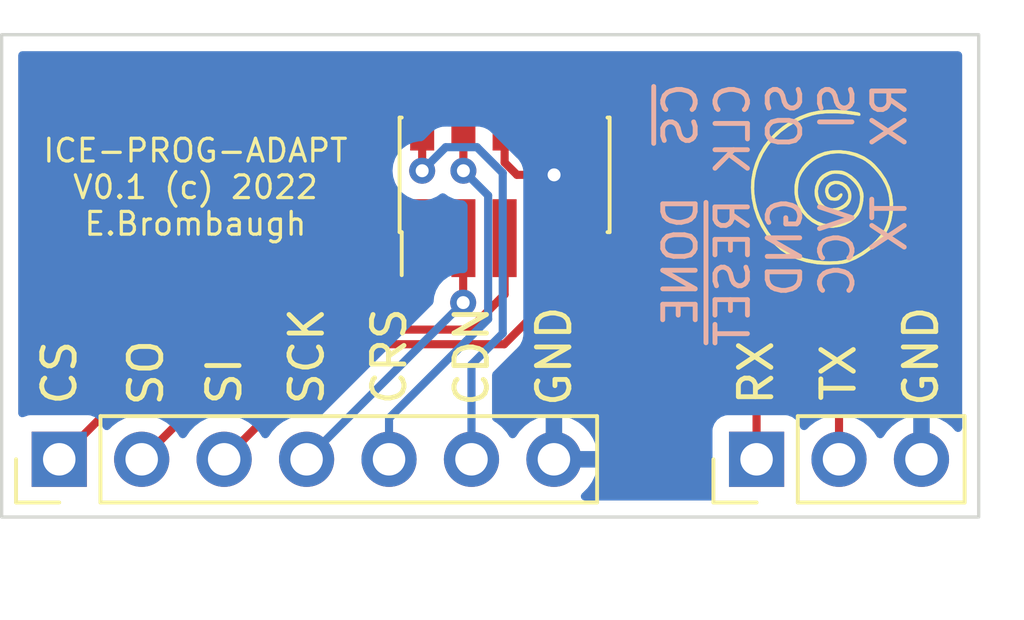
<source format=kicad_pcb>
(kicad_pcb (version 20211014) (generator pcbnew)
  (layers (0 "F.Cu" signal) (31 "B.Cu" signal) (34 "B.Paste" user) (35 "F.Paste" user) (36 "B.SilkS" user "B.Silkscreen") (37 "F.SilkS" user "F.Silkscreen") (38 "B.Mask" user) (39 "F.Mask" user) (44 "Edge.Cuts" user))
  (net 0 "")
  (net 1 "/~{MEM_SPI_CS}")
  (net 2 "/MEM_SPI_POCI-IO1")
  (net 3 "/MEM_SPI_PICO-IO0")
  (net 4 "/MEM_SPI_SCLK")
  (net 5 "/~{CRESET}")
  (net 6 "/CDONE")
  (net 7 "GND")
  (net 8 "/SPARE9")
  (net 9 "/SPARE10")
  (net 10 "+3.3V")
  (footprint "emeb_library:avatar_small" (layer "F.Cu") (at 164.415172 93.026757)
    (fp_text reference "Ref**" hide)
    (fp_text value "Val**" hide)
    (fp_poly (pts (xy -0.246794 -3.31209) (xy -0.067923 -3.289175) (xy 0.045106 -3.272324) (xy 0.122763 -3.258676) (xy 0.171648 -3.245915) (xy 0.198359 -3.231728) (xy 0.209498 -3.213799) (xy 0.211667 -3.191132) (xy 0.206539 -3.163948) (xy 0.183385 -3.155661) (xy 0.132292 -3.161647) (xy -0.220477 -3.210455) (xy -0.544495 -3.233493) (xy -0.838467 -3.230757) (xy -1.101094 -3.202243) (xy -1.27 -3.165763) (xy -1.516227 -3.081753) (xy -1.765566 -2.963774) (xy -2.007768 -2.818029) (xy -2.232583 -2.650718) (xy -2.429763 -2.468044) (xy -2.438679 -2.458654) (xy -2.625337 -2.233094) (xy -2.781382 -1.986825) (xy -2.904898 -1.725211) (xy -2.993969 -1.453618) (xy -3.046682 -1.177409) (xy -3.061121 -0.901949) (xy -3.051053 -0.743245) (xy -3.014236 -0.494755) (xy -2.958084 -0.266366) (xy -2.87868 -0.047416) (xy -2.772106 0.172758) (xy -2.634447 0.404819) (xy -2.622529 0.423359) (xy -2.451443 0.651816) (xy -2.254649 0.84717) (xy -2.031893 1.009545) (xy -1.782918 1.139063) (xy -1.50747 1.235847) (xy -1.205294 1.300019) (xy -0.876135 1.331701) (xy -0.725633 1.335369) (xy -0.521368 1.328735) (xy -0.343017 1.304877) (xy -0.176595 1.260718) (xy -0.008116 1.193176) (xy 0.052917 1.163944) (xy 0.229366 1.064218) (xy 0.403891 0.943064) (xy 0.56932 0.807045) (xy 0.718484 0.662722) (xy 0.844214 0.516657) (xy 0.939338 0.375412) (xy 0.96256 0.33145) (xy 1.024528 0.190142) (xy 1.068024 0.05313) (xy 1.096348 -0.093588) (xy 1.112804 -0.264013) (xy 1.115741 -0.318034) (xy 1.11368 -0.539868) (xy 1.083428 -0.741477) (xy 1.022358 -0.936384) (xy 0.974036 -1.046975) (xy 0.88237 -1.211645) (xy 0.768245 -1.373476) (xy 0.639018 -1.52441) (xy 0.502046 -1.656392) (xy 0.364685 -1.761367) (xy 0.274001 -1.813608) (xy 0.024984 -1.915669) (xy -0.220974 -1.977794) (xy -0.461688 -2.000046) (xy -0.694973 -1.982489) (xy -0.918643 -1.925186) (xy -1.130515 -1.828201) (xy -1.223968 -1.769902) (xy -1.359757 -1.660506) (xy -1.483227 -1.528915) (xy -1.584875 -1.38665) (xy -1.653832 -1.248833) (xy -1.683961 -1.139469) (xy -1.703703 -1.005283) (xy -1.712 -0.862748) (xy -1.707791 -0.728333) (xy -1.693493 -0.632353) (xy -1.630548 -0.445636) (xy -1.53533 -0.27549) (xy -1.41285 -0.125514) (xy -1.268119 0.000692) (xy -1.106149 0.099529) (xy -0.931951 0.167398) (xy -0.750535 0.2007) (xy -0.566912 0.195835) (xy -0.545036 0.192527) (xy -0.408576 0.159264) (xy -0.270145 0.106887) (xy -0.143013 0.041581) (xy -0.04045 -0.030467) (xy -0.013766 -0.055163) (xy 0.085079 -0.182196) (xy 0.156412 -0.330519) (xy 0.198505 -0.490905) (xy 0.209632 -0.65413) (xy 0.188066 -0.810968) (xy 0.148344 -0.921056) (xy 0.087948 -1.017899) (xy 0.001906 -1.119564) (xy -0.097314 -1.213539) (xy -0.197244 -1.287309) (xy -0.240398 -1.311197) (xy -0.346717 -1.348304) (xy -0.470844 -1.36962) (xy -0.485922 -1.370855) (xy -0.573204 -1.374025) (xy -0.641125 -1.366018) (xy -0.711586 -1.342933) (xy -0.760154 -1.322041) (xy -0.895207 -1.241189) (xy -0.996299 -1.135181) (xy -1.063224 -1.004245) (xy -1.072277 -0.975822) (xy -1.095742 -0.833231) (xy -1.085187 -0.696196) (xy -1.044292 -0.570491) (xy -0.976736 -0.461893) (xy -0.886196 -0.376175) (xy -0.776353 -0.319114) (xy -0.650884 -0.296484) (xy -0.63945 -0.296333) (xy -0.523122 -0.311639) (xy -0.40915 -0.353544) (xy -0.306454 -0.416032) (xy -0.223956 -0.493085) (xy -0.170575 -0.578687) (xy -0.157891 -0.621167) (xy -0.157175 -0.730053) (xy -0.191343 -0.833471) (xy -0.25363 -0.924518) (xy -0.337274 -0.996288) (xy -0.435512 -1.041878) (xy -0.54158 -1.054382) (xy -0.577894 -1.049932) (xy -0.670678 -1.01587) (xy -0.737211 -0.957894) (xy -0.773094 -0.883536) (xy -0.773929 -0.80033) (xy -0.754685 -0.747155) (xy -0.708052 -0.676841) (xy -0.653629 -0.640552) (xy -0.590179 -0.630292) (xy -0.532429 -0.639058) (xy -0.483146 -0.675282) (xy -0.465462 -0.695166) (xy -0.421976 -0.737549) (xy -0.38256 -0.7606) (xy -0.374167 -0.762) (xy -0.344368 -0.747637) (xy -0.341511 -0.709988) (xy -0.364195 -0.657215) (xy -0.40043 -0.608875) (xy -0.439386 -0.569688) (xy -0.476784 -0.548969) (xy -0.528383 -0.540934) (xy -0.588708 -0.53975) (xy -0.689567 -0.548979) (xy -0.761154 -0.580624) (xy -0.81319 -0.640617) (xy -0.839005 -0.692528) (xy -0.867513 -0.803931) (xy -0.861387 -0.911668) (xy -0.823281 -1.007127) (xy -0.755853 -1.081695) (xy -0.710489 -1.109164) (xy -0.589023 -1.144446) (xy -0.460595 -1.142533) (xy -0.334889 -1.105152) (xy -0.221588 -1.034031) (xy -0.204436 -1.018875) (xy -0.124881 -0.91944) (xy -0.077484 -0.804407) (xy -0.06207 -0.682392) (xy -0.078466 -0.562009) (xy -0.126498 -0.451876) (xy -0.205992 -0.360608) (xy -0.217928 -0.351111) (xy -0.343636 -0.275511) (xy -0.48309 -0.225819) (xy -0.625527 -0.20398) (xy -0.760188 -0.211942) (xy -0.846666 -0.23738) (xy -0.971353 -0.311769) (xy -1.070266 -0.41468) (xy -1.141577 -0.539725) (xy -1.183457 -0.680514) (xy -1.194076 -0.830659) (xy -1.171606 -0.98377) (xy -1.114218 -1.133459) (xy -1.107067 -1.146931) (xy -1.039328 -1.248752) (xy -0.955001 -1.328624) (xy -0.842816 -1.396526) (xy -0.804333 -1.415003) (xy -0.733591 -1.443686) (xy -0.666453 -1.459785) (xy -0.58605 -1.466282) (xy -0.511787 -1.466701) (xy -0.414899 -1.463421) (xy -0.342254 -1.453361) (xy -0.275855 -1.432525) (xy -0.197872 -1.396999) (xy -0.054316 -1.307455) (xy 0.07443 -1.190904) (xy 0.181794 -1.055746) (xy 0.261205 -0.91038) (xy 0.30609 -0.763205) (xy 0.30822 -0.750102) (xy 0.31181 -0.657952) (xy 0.301575 -0.541497) (xy 0.279769 -0.415592) (xy 0.248646 -0.295093) (xy 0.231578 -0.24492) (xy 0.157859 -0.105964) (xy 0.04942 0.018048) (xy -0.087681 0.123551) (xy -0.24739 0.20698) (xy -0.423648 0.264771) (xy -0.610402 0.293358) (xy -0.687072 0.295816) (xy -0.897942 0.276471) (xy -1.091782 0.219154) (xy -1.27162 0.122646) (xy -1.427904 -0.00236) (xy -1.583726 -0.174139) (xy -1.699965 -0.360915) (xy -1.776614 -0.562676) (xy -1.812915 -0.770094) (xy -1.812416 -0.991099) (xy -1.772121 -1.198442) (xy -1.69169 -1.393026) (xy -1.570785 -1.575748) (xy -1.462783 -1.696181) (xy -1.284602 -1.848882) (xy -1.092305 -1.963561) (xy -0.883112 -2.041239) (xy -0.65424 -2.082937) (xy -0.402906 -2.089676) (xy -0.391583 -2.089199) (xy -0.131349 -2.059033) (xy 0.112002 -1.99348) (xy 0.334917 -1.894003) (xy 0.533845 -1.762065) (xy 0.646278 -1.661914) (xy 0.843637 -1.439879) (xy 0.999953 -1.2086) (xy 1.11511 -0.968383) (xy 1.188994 -0.719538) (xy 1.22149 -0.462369) (xy 1.212484 -0.197186) (xy 1.207759 -0.158335) (xy 1.164144 0.075229) (xy 1.096693 0.280387) (xy 1.000797 0.466444) (xy 0.871848 0.64271) (xy 0.74155 0.783167) (xy 0.531438 0.970265) (xy 0.306277 1.131921) (xy 0.073622 1.263506) (xy -0.158973 1.360395) (xy -0.243416 1.386498) (xy -0.328135 1.403088) (xy -0.444435 1.416191) (xy -0.581681 1.425437) (xy -0.729238 1.430453) (xy -0.876468 1.430871) (xy -1.012736 1.426318) (xy -1.121833 1.417114) (xy -1.439169 1.360388) (xy -1.730474 1.270286) (xy -1.995774 1.146796) (xy -2.235095 0.989906) (xy -2.448464 0.799603) (xy -2.456785 0.790955) (xy -2.659743 0.548663) (xy -2.83072 0.281616) (xy -2.967665 -0.005079) (xy -3.068526 -0.306314) (xy -3.131254 -0.61698) (xy -3.153796 -0.931969) (xy -3.153833 -0.945147) (xy -3.139936 -1.197457) (xy -3.096731 -1.442811) (xy -3.021951 -1.690418) (xy -2.913328 -1.949492) (xy -2.899331 -1.978848) (xy -2.765361 -2.211611) (xy -2.5952 -2.434062) (xy -2.394605 -2.641578) (xy -2.169335 -2.829533) (xy -1.925147 -2.993307) (xy -1.6678 -3.128274) (xy -1.403051 -3.229813) (xy -1.307161 -3.257261) (xy -1.065142 -3.307146) (xy -0.812291 -3.332796) (xy -0.541783 -3.334385) (xy -0.246794 -3.31209)) (layer "F.SilkS") (width 0.01) (fill solid))
  )
  (footprint "Connector_PinHeader_1.27mm:PinHeader_2x05_P1.27mm_Vertical_SMD" (layer "F.Cu") (at 153.67 91.694 90)
    (fp_text reference "J3" hide)
    (fp_text value "PROG HEADER")
    (fp_line (start -1.765 3.235) (end 1.765 3.235) (layer "F.SilkS") (width 0.12))
    (fp_line (start -1.765 -3.235) (end -1.765 -3.17) (layer "F.SilkS") (width 0.12))
    (fp_line (start -3.09 -3.17) (end -1.765 -3.17) (layer "F.SilkS") (width 0.12))
    (fp_line (start -1.765 -3.235) (end 1.765 -3.235) (layer "F.SilkS") (width 0.12))
    (fp_line (start 1.765 -3.235) (end 1.765 -3.17) (layer "F.SilkS") (width 0.12))
    (fp_line (start 1.765 3.17) (end 1.765 3.235) (layer "F.SilkS") (width 0.12))
    (fp_line (start -1.765 3.17) (end -1.765 3.235) (layer "F.SilkS") (width 0.12))
    (pad "1" smd rect (at -1.95 -2.54 90) (size 2.4 0.74) (layers "F.Cu" "F.Paste" "F.Mask") (net 1 "/~{MEM_SPI_CS}"))
    (pad "2" smd rect (at 1.95 -2.54 90) (size 2.4 0.74) (layers "F.Cu" "F.Paste" "F.Mask") (net 6 "/CDONE"))
    (pad "3" smd rect (at -1.95 -1.27 90) (size 2.4 0.74) (layers "F.Cu" "F.Paste" "F.Mask") (net 4 "/MEM_SPI_SCLK"))
    (pad "4" smd rect (at 1.95 -1.27 90) (size 2.4 0.74) (layers "F.Cu" "F.Paste" "F.Mask") (net 5 "/~{CRESET}"))
    (pad "5" smd rect (at -1.95 0 90) (size 2.4 0.74) (layers "F.Cu" "F.Paste" "F.Mask") (net 2 "/MEM_SPI_POCI-IO1"))
    (pad "6" smd rect (at 1.95 0 90) (size 2.4 0.74) (layers "F.Cu" "F.Paste" "F.Mask") (net 7 "GND"))
    (pad "7" smd rect (at -1.95 1.27 90) (size 2.4 0.74) (layers "F.Cu" "F.Paste" "F.Mask") (net 3 "/MEM_SPI_PICO-IO0"))
    (pad "8" smd rect (at 1.95 1.27 90) (size 2.4 0.74) (layers "F.Cu" "F.Paste" "F.Mask") (net 10 "+3.3V"))
    (pad "9" smd rect (at -1.95 2.54 90) (size 2.4 0.74) (layers "F.Cu" "F.Paste" "F.Mask") (net 8 "/SPARE9"))
    (pad "10" smd rect (at 1.95 2.54 90) (size 2.4 0.74) (layers "F.Cu" "F.Paste" "F.Mask") (net 9 "/SPARE10"))
  )
  (footprint "Connector_PinHeader_2.54mm:PinHeader_1x07_P2.54mm_Vertical" (layer "F.Cu") (at 139.949 100.457 90)
    (fp_text reference "J1" hide)
    (fp_text value "CONN_01X07")
    (fp_line (start -1.33 16.57) (end 1.33 16.57) (layer "F.SilkS") (width 0.12))
    (fp_line (start -1.33 1.27) (end -1.33 16.57) (layer "F.SilkS") (width 0.12))
    (fp_line (start -1.33 -1.33) (end 0 -1.33) (layer "F.SilkS") (width 0.12))
    (fp_line (start -1.33 1.27) (end 1.33 1.27) (layer "F.SilkS") (width 0.12))
    (fp_line (start -1.33 0) (end -1.33 -1.33) (layer "F.SilkS") (width 0.12))
    (fp_line (start 1.33 1.27) (end 1.33 16.57) (layer "F.SilkS") (width 0.12))
    (pad "1" thru_hole rect (at 0 0 90) (size 1.7 1.7) (drill 1) (layers *.Cu *.Mask) (net 1 "/~{MEM_SPI_CS}"))
    (pad "2" thru_hole oval (at 0 2.54 90) (size 1.7 1.7) (drill 1) (layers *.Cu *.Mask) (net 2 "/MEM_SPI_POCI-IO1"))
    (pad "3" thru_hole oval (at 0 5.08 90) (size 1.7 1.7) (drill 1) (layers *.Cu *.Mask) (net 3 "/MEM_SPI_PICO-IO0"))
    (pad "4" thru_hole oval (at 0 7.62 90) (size 1.7 1.7) (drill 1) (layers *.Cu *.Mask) (net 4 "/MEM_SPI_SCLK"))
    (pad "5" thru_hole oval (at 0 10.16 90) (size 1.7 1.7) (drill 1) (layers *.Cu *.Mask) (net 5 "/~{CRESET}"))
    (pad "6" thru_hole oval (at 0 12.7 90) (size 1.7 1.7) (drill 1) (layers *.Cu *.Mask) (net 6 "/CDONE"))
    (pad "7" thru_hole oval (at 0 15.24 90) (size 1.7 1.7) (drill 1) (layers *.Cu *.Mask) (net 7 "GND"))
  )
  (footprint "Connector_PinHeader_2.54mm:PinHeader_1x03_P2.54mm_Vertical" (layer "F.Cu") (at 161.432 100.457 90)
    (fp_text reference "J2" hide)
    (fp_text value "Conn_01x03")
    (fp_line (start -1.33 -1.33) (end 0 -1.33) (layer "F.SilkS") (width 0.12))
    (fp_line (start -1.33 1.27) (end 1.33 1.27) (layer "F.SilkS") (width 0.12))
    (fp_line (start -1.33 1.27) (end -1.33 6.41) (layer "F.SilkS") (width 0.12))
    (fp_line (start -1.33 0) (end -1.33 -1.33) (layer "F.SilkS") (width 0.12))
    (fp_line (start -1.33 6.41) (end 1.33 6.41) (layer "F.SilkS") (width 0.12))
    (fp_line (start 1.33 1.27) (end 1.33 6.41) (layer "F.SilkS") (width 0.12))
    (pad "1" thru_hole rect (at 0 0 90) (size 1.7 1.7) (drill 1) (layers *.Cu *.Mask) (net 8 "/SPARE9"))
    (pad "2" thru_hole oval (at 0 2.54 90) (size 1.7 1.7) (drill 1) (layers *.Cu *.Mask) (net 9 "/SPARE10"))
    (pad "3" thru_hole oval (at 0 5.08 90) (size 1.7 1.7) (drill 1) (layers *.Cu *.Mask) (net 7 "GND"))
  )
  (gr_rect (start 138.176 102.235) (end 168.275 87.376) (layer "Edge.Cuts") (width 0.1) (fill none))
  (gr_text "~{CS}  DONE\nCLK ~{RESET}\nSO  GND\nSI   VCC\nRX  TX" (at 162.306 88.773 90) (layer "B.SilkS") (effects (font (size 1 1)) (justify left mirror)))
  (gr_text "GND" (at 166.497 97.282 90) (layer "F.SilkS") (effects (font (size 1 1))))
  (gr_text "SI" (at 145.034 98.044 90) (layer "F.SilkS") (effects (font (size 1 1))))
  (gr_text "GND" (at 155.194 97.282 90) (layer "F.SilkS") (effects (font (size 1 1))))
  (gr_text "RX" (at 161.417 97.79 90) (layer "F.SilkS") (effects (font (size 1 1))))
  (gr_text "SO" (at 142.621 97.79 90) (layer "F.SilkS") (effects (font (size 1 1))))
  (gr_text "CS" (at 139.954 97.79 90) (layer "F.SilkS") (effects (font (size 1 1))))
  (gr_text "ICE-PROG-ADAPT\nV0.1 (c) 2022\nE.Brombaugh" (at 144.145 92.075) (layer "F.SilkS") (effects (font (size 0.7 0.7) (thickness 0.1))))
  (gr_text "SCK" (at 147.574 97.282 90) (layer "F.SilkS") (effects (font (size 1 1))))
  (gr_text "CRS" (at 150.114 97.282 90) (layer "F.SilkS") (effects (font (size 1 1))))
  (gr_text "CDN" (at 152.654 97.282 90) (layer "F.SilkS") (effects (font (size 1 1))))
  (gr_text "TX" (at 163.957 97.79 90) (layer "F.SilkS") (effects (font (size 1 1))))
  (segment (start 144.394 96.012) (end 150.495 96.012) (width 0.25) (layer "F.Cu") (net 1))
  (segment (start 139.949 100.457) (end 144.394 96.012) (width 0.25) (layer "F.Cu") (net 1))
  (segment (start 151.13 95.377) (end 151.13 93.644) (width 0.25) (layer "F.Cu") (net 1))
  (segment (start 150.495 96.012) (end 151.13 95.377) (width 0.25) (layer "F.Cu") (net 1))
  (segment (start 153.67 95.377) (end 153.67 93.644) (width 0.25) (layer "F.Cu") (net 2))
  (segment (start 142.489 100.457) (end 146.484 96.462) (width 0.25) (layer "F.Cu") (net 2))
  (segment (start 152.585 96.462) (end 153.67 95.377) (width 0.25) (layer "F.Cu") (net 2))
  (segment (start 146.484 96.462) (end 152.585 96.462) (width 0.25) (layer "F.Cu") (net 2))
  (segment (start 154.94 95.631) (end 154.94 93.644) (width 0.25) (layer "F.Cu") (net 3))
  (segment (start 153.659 96.912) (end 154.94 95.631) (width 0.25) (layer "F.Cu") (net 3))
  (segment (start 145.029 100.457) (end 148.574 96.912) (width 0.25) (layer "F.Cu") (net 3))
  (segment (start 148.574 96.912) (end 153.659 96.912) (width 0.25) (layer "F.Cu") (net 3))
  (segment (start 152.393201 93.650799) (end 152.4 93.644) (width 0.25) (layer "F.Cu") (net 4))
  (segment (start 152.393201 95.629201) (end 152.393201 93.650799) (width 0.25) (layer "F.Cu") (net 4))
  (via (at 152.393201 95.629201) (size 0.8) (drill 0.4) (layers "F.Cu" "B.Cu") (net 4))
  (segment (start 152.395 95.631) (end 152.393201 95.629201) (width 0.25) (layer "B.Cu") (net 4))
  (segment (start 147.569 100.457) (end 152.395 95.631) (width 0.25) (layer "B.Cu") (net 4))
  (segment (start 152.4 95.631) (end 152.395 95.631) (width 0.25) (layer "B.Cu") (net 4))
  (segment (start 152.4 89.744) (end 152.4 91.567) (width 0.25) (layer "F.Cu") (net 5))
  (via (at 152.4 91.567) (size 0.8) (drill 0.4) (layers "F.Cu" "B.Cu") (net 5))
  (segment (start 152.4 91.567) (end 153.162 92.329) (width 0.25) (layer "B.Cu") (net 5))
  (segment (start 153.162 92.329) (end 153.162 96.139) (width 0.25) (layer "B.Cu") (net 5))
  (segment (start 153.162 96.139) (end 150.109 99.192) (width 0.25) (layer "B.Cu") (net 5))
  (segment (start 150.109 99.192) (end 150.109 100.457) (width 0.25) (layer "B.Cu") (net 5))
  (segment (start 151.13 89.744) (end 151.13 91.567) (width 0.25) (layer "F.Cu") (net 6))
  (via (at 151.13 91.567) (size 0.8) (drill 0.4) (layers "F.Cu" "B.Cu") (net 6))
  (segment (start 152.649 97.541) (end 152.649 100.457) (width 0.25) (layer "B.Cu") (net 6))
  (segment (start 151.13 91.567) (end 151.855 90.842) (width 0.25) (layer "B.Cu") (net 6))
  (segment (start 153.612 96.578) (end 152.649 97.541) (width 0.25) (layer "B.Cu") (net 6))
  (segment (start 152.818 90.842) (end 153.612 91.636) (width 0.25) (layer "B.Cu") (net 6))
  (segment (start 153.612 91.636) (end 153.612 96.578) (width 0.25) (layer "B.Cu") (net 6))
  (segment (start 151.855 90.842) (end 152.818 90.842) (width 0.25) (layer "B.Cu") (net 6))
  (segment (start 154.051 91.694) (end 153.67 91.313) (width 0.25) (layer "F.Cu") (net 7))
  (segment (start 153.67 91.313) (end 153.67 89.744) (width 0.25) (layer "F.Cu") (net 7))
  (segment (start 155.194 91.694) (end 154.051 91.694) (width 0.25) (layer "F.Cu") (net 7))
  (via (at 155.194 91.694) (size 0.8) (drill 0.4) (layers "F.Cu" "B.Cu") (net 7))
  (segment (start 157.734 97.282) (end 160.274 97.282) (width 0.25) (layer "F.Cu") (net 8))
  (segment (start 156.21 93.644) (end 156.21 95.758) (width 0.25) (layer "F.Cu") (net 8))
  (segment (start 160.274 97.282) (end 161.432 98.44) (width 0.25) (layer "F.Cu") (net 8))
  (segment (start 156.21 95.758) (end 157.734 97.282) (width 0.25) (layer "F.Cu") (net 8))
  (segment (start 161.432 98.44) (end 161.432 100.457) (width 0.25) (layer "F.Cu") (net 8))
  (segment (start 156.21 91.313) (end 163.972 99.075) (width 0.25) (layer "F.Cu") (net 9))
  (segment (start 156.21 89.744) (end 156.21 91.313) (width 0.25) (layer "F.Cu") (net 9))
  (segment (start 163.972 99.075) (end 163.972 100.457) (width 0.25) (layer "F.Cu") (net 9))
  (zone (net 7) (net_name "GND") (layer "B.Cu") (connect_pads (clearance 0.508)) (min_thickness 0.254) (fill yes (thermal_gap 0.508) (thermal_bridge_width 0.508))
    (polygon (pts (xy 167.894 101.854) (xy 138.557 101.854) (xy 138.557 87.757) (xy 167.894 87.757)))
  )
)
</source>
